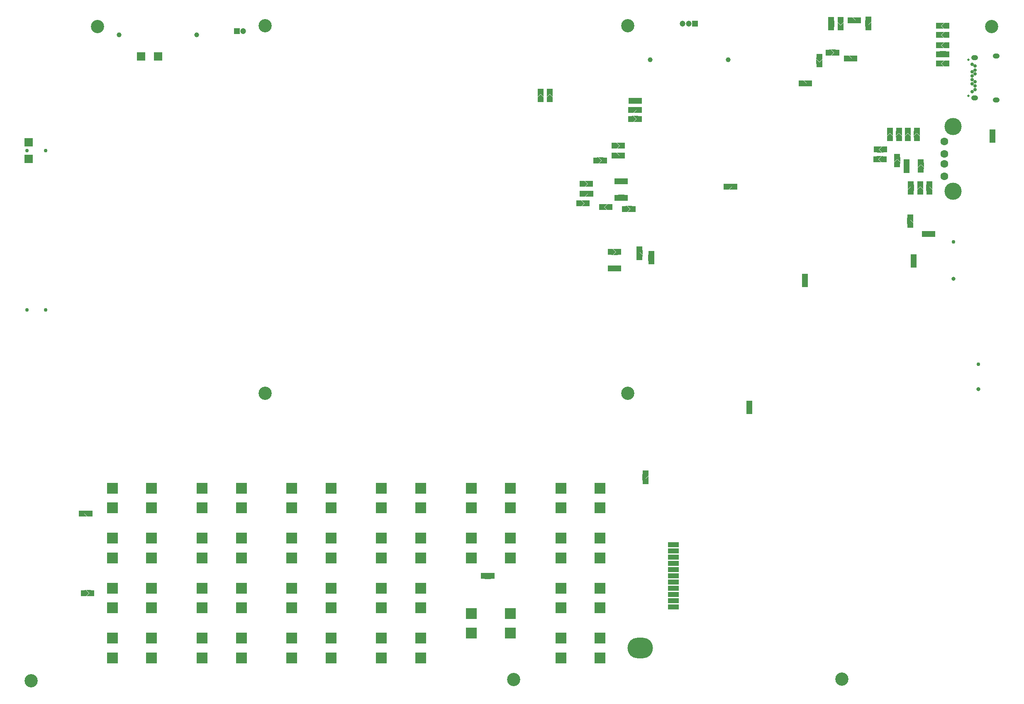
<source format=gts>
G04*
G04 #@! TF.GenerationSoftware,Altium Limited,Altium Designer,20.1.8 (145)*
G04*
G04 Layer_Color=8388736*
%FSAX24Y24*%
%MOIN*%
G70*
G04*
G04 #@! TF.SameCoordinates,7D9F505B-2EBF-4E8E-82AC-92A1240CC430*
G04*
G04*
G04 #@! TF.FilePolarity,Negative*
G04*
G01*
G75*
%ADD28R,0.0400X0.0480*%
%ADD29R,0.0480X0.0400*%
%ADD30R,0.0680X0.0680*%
%ADD31R,0.0867X0.0400*%
%ADD32O,0.2049X0.1655*%
%ADD33R,0.0680X0.0680*%
%ADD34R,0.0867X0.0867*%
%ADD35C,0.0474*%
%ADD36R,0.0474X0.0474*%
%ADD37C,0.1064*%
%ADD38C,0.0315*%
%ADD39C,0.0295*%
%ADD40C,0.0630*%
%ADD41C,0.1380*%
%ADD42C,0.0277*%
%ADD43O,0.0552X0.0410*%
%ADD44C,0.0198*%
%ADD45C,0.0395*%
G36*
X077188Y065174D02*
Y064934D01*
X076808D01*
X077048Y065174D01*
X076808Y065414D01*
X077188D01*
Y065174D01*
D02*
G37*
G36*
X077028D02*
X076788Y064934D01*
X076688D01*
Y065414D01*
X076788D01*
X077028Y065174D01*
D02*
G37*
G36*
X078289Y065060D02*
X078049Y064820D01*
X077809Y065060D01*
Y065160D01*
X078289D01*
Y065060D01*
D02*
G37*
G36*
X075318Y065053D02*
X075078Y064813D01*
X074838Y065053D01*
Y065153D01*
X075318D01*
Y065053D01*
D02*
G37*
G36*
X078289Y064660D02*
X077809D01*
Y065040D01*
X078049Y064800D01*
X078289Y065040D01*
Y064660D01*
D02*
G37*
G36*
X076067Y065039D02*
X075827Y064799D01*
X075587Y065039D01*
Y065139D01*
X076067D01*
Y065039D01*
D02*
G37*
G36*
X075318Y064653D02*
X074838D01*
Y065033D01*
X075078Y064793D01*
X075318Y065033D01*
Y064653D01*
D02*
G37*
G36*
X076067Y064639D02*
X075587D01*
Y065019D01*
X075827Y064779D01*
X076067Y065019D01*
Y064639D01*
D02*
G37*
G36*
X084261Y064504D02*
X084161D01*
X083921Y064744D01*
X084161Y064984D01*
X084261D01*
Y064504D01*
D02*
G37*
G36*
X083901Y064744D02*
X084141Y064504D01*
X083761D01*
Y064744D01*
Y064984D01*
X084141D01*
X083901Y064744D01*
D02*
G37*
G36*
X084261Y063768D02*
X084161D01*
X083921Y064008D01*
X084161Y064248D01*
X084261D01*
Y063768D01*
D02*
G37*
G36*
X083901Y064008D02*
X084141Y063768D01*
X083761D01*
Y064008D01*
Y064248D01*
X084141D01*
X083901Y064008D01*
D02*
G37*
G36*
X084261Y062933D02*
X084161D01*
X083921Y063173D01*
X084161Y063413D01*
X084261D01*
Y062933D01*
D02*
G37*
G36*
X083901Y063173D02*
X084141Y062933D01*
X083761D01*
Y063173D01*
Y063413D01*
X084141D01*
X083901Y063173D01*
D02*
G37*
G36*
X075441Y062585D02*
Y062345D01*
X075061D01*
X075301Y062585D01*
X075061Y062825D01*
X075441D01*
Y062585D01*
D02*
G37*
G36*
X075281D02*
X075041Y062345D01*
X074941D01*
Y062825D01*
X075041D01*
X075281Y062585D01*
D02*
G37*
G36*
X084286Y062453D02*
Y062213D01*
X083906D01*
X084146Y062453D01*
X083906Y062693D01*
X084286D01*
Y062453D01*
D02*
G37*
G36*
X084126D02*
X083886Y062213D01*
X083786D01*
Y062693D01*
X083886D01*
X084126Y062453D01*
D02*
G37*
G36*
X076892Y062104D02*
Y061864D01*
X076512D01*
X076752Y062104D01*
X076512Y062344D01*
X076892D01*
Y062104D01*
D02*
G37*
G36*
X076732D02*
X076492Y061864D01*
X076392D01*
Y062344D01*
X076492D01*
X076732Y062104D01*
D02*
G37*
G36*
X074354Y062069D02*
X074114Y061829D01*
X073874Y062069D01*
Y062169D01*
X074354D01*
Y062069D01*
D02*
G37*
G36*
Y061669D02*
X073874D01*
Y062049D01*
X074114Y061809D01*
X074354Y062049D01*
Y061669D01*
D02*
G37*
G36*
X084261Y061456D02*
X084161D01*
X083921Y061696D01*
X084161Y061936D01*
X084261D01*
Y061456D01*
D02*
G37*
G36*
X083901Y061696D02*
X084141Y061456D01*
X083761D01*
Y061696D01*
Y061936D01*
X084141D01*
X083901Y061696D01*
D02*
G37*
G36*
X073254Y060104D02*
Y059864D01*
X072874D01*
X073114Y060104D01*
X072874Y060344D01*
X073254D01*
Y060104D01*
D02*
G37*
G36*
X073094D02*
X072854Y059864D01*
X072754D01*
Y060344D01*
X072854D01*
X073094Y060104D01*
D02*
G37*
G36*
X052701Y059026D02*
X052461Y059266D01*
X052221Y059026D01*
Y059406D01*
X052701D01*
Y059026D01*
D02*
G37*
G36*
X051979Y059016D02*
X051739Y059256D01*
X051499Y059016D01*
Y059396D01*
X051979D01*
Y059016D01*
D02*
G37*
G36*
X052701Y059006D02*
Y058906D01*
X052221D01*
Y059006D01*
X052461Y059246D01*
X052701Y059006D01*
D02*
G37*
G36*
X051979Y058996D02*
Y058896D01*
X051499D01*
Y058996D01*
X051739Y059236D01*
X051979Y058996D01*
D02*
G37*
G36*
X059586Y058698D02*
Y058458D01*
X059206D01*
X059446Y058698D01*
X059206Y058938D01*
X059586D01*
Y058698D01*
D02*
G37*
G36*
X059426D02*
X059186Y058458D01*
X059086D01*
Y058938D01*
X059186D01*
X059426Y058698D01*
D02*
G37*
G36*
X059575Y057968D02*
Y057728D01*
X059195D01*
X059435Y057968D01*
X059195Y058208D01*
X059575D01*
Y057968D01*
D02*
G37*
G36*
X059415D02*
X059175Y057728D01*
X059075D01*
Y058208D01*
X059175D01*
X059415Y057968D01*
D02*
G37*
G36*
X059575Y057250D02*
Y057010D01*
X059195D01*
X059435Y057250D01*
X059195Y057490D01*
X059575D01*
Y057250D01*
D02*
G37*
G36*
X059415D02*
X059175Y057010D01*
X059075D01*
Y057490D01*
X059175D01*
X059415Y057250D01*
D02*
G37*
G36*
X082191Y055896D02*
X081951Y056136D01*
X081711Y055896D01*
Y056276D01*
X082191D01*
Y055896D01*
D02*
G37*
G36*
X080758Y055896D02*
X080518Y056136D01*
X080278Y055896D01*
Y056276D01*
X080758D01*
Y055896D01*
D02*
G37*
G36*
X080045D02*
X079805Y056136D01*
X079565Y055896D01*
Y056276D01*
X080045D01*
Y055896D01*
D02*
G37*
G36*
X081479Y055890D02*
X081239Y056130D01*
X080999Y055890D01*
Y056270D01*
X081479D01*
Y055890D01*
D02*
G37*
G36*
X082191Y055876D02*
Y055776D01*
X081711D01*
Y055876D01*
X081951Y056116D01*
X082191Y055876D01*
D02*
G37*
G36*
X080758Y055876D02*
Y055776D01*
X080278D01*
Y055876D01*
X080518Y056116D01*
X080758Y055876D01*
D02*
G37*
G36*
X080045D02*
Y055776D01*
X079565D01*
Y055876D01*
X079805Y056116D01*
X080045Y055876D01*
D02*
G37*
G36*
X088279Y056013D02*
X088039Y055773D01*
X087799Y056013D01*
Y056113D01*
X088279D01*
Y056013D01*
D02*
G37*
G36*
X081479Y055870D02*
Y055770D01*
X080999D01*
Y055870D01*
X081239Y056110D01*
X081479Y055870D01*
D02*
G37*
G36*
X088279Y055613D02*
X087799D01*
Y055993D01*
X088039Y055753D01*
X088279Y055993D01*
Y055613D01*
D02*
G37*
G36*
X058235Y055098D02*
Y054858D01*
X057855D01*
X058095Y055098D01*
X057855Y055338D01*
X058235D01*
Y055098D01*
D02*
G37*
G36*
X058075D02*
X057835Y054858D01*
X057735D01*
Y055338D01*
X057835D01*
X058075Y055098D01*
D02*
G37*
G36*
X079256Y054551D02*
X079156D01*
X078916Y054791D01*
X079156Y055031D01*
X079256D01*
Y054551D01*
D02*
G37*
G36*
X078896Y054791D02*
X079136Y054551D01*
X078756D01*
Y054791D01*
Y055031D01*
X079136D01*
X078896Y054791D01*
D02*
G37*
G36*
X058225Y054297D02*
Y054057D01*
X057845D01*
X058085Y054297D01*
X057845Y054537D01*
X058225D01*
Y054297D01*
D02*
G37*
G36*
X058065D02*
X057825Y054057D01*
X057725D01*
Y054537D01*
X057825D01*
X058065Y054297D01*
D02*
G37*
G36*
X080615Y053798D02*
X080375Y054038D01*
X080135Y053798D01*
Y054178D01*
X080615D01*
Y053798D01*
D02*
G37*
G36*
X079230Y053776D02*
X079130D01*
X078890Y054016D01*
X079130Y054256D01*
X079230D01*
Y053776D01*
D02*
G37*
G36*
X078870Y054016D02*
X079110Y053776D01*
X078730D01*
Y054016D01*
Y054256D01*
X079110D01*
X078870Y054016D01*
D02*
G37*
G36*
X080615Y053778D02*
Y053678D01*
X080135D01*
Y053778D01*
X080375Y054018D01*
X080615Y053778D01*
D02*
G37*
G36*
X056775Y053916D02*
Y053676D01*
X056395D01*
X056635Y053916D01*
X056395Y054156D01*
X056775D01*
Y053916D01*
D02*
G37*
G36*
X056615D02*
X056375Y053676D01*
X056275D01*
Y054156D01*
X056375D01*
X056615Y053916D01*
D02*
G37*
G36*
X082518Y053356D02*
X082278Y053596D01*
X082038Y053356D01*
Y053736D01*
X082518D01*
Y053356D01*
D02*
G37*
G36*
X081362Y053336D02*
X081122Y053576D01*
X080882Y053336D01*
Y053716D01*
X081362D01*
Y053336D01*
D02*
G37*
G36*
X082518Y053336D02*
Y053236D01*
X082038D01*
Y053336D01*
X082278Y053576D01*
X082518Y053336D01*
D02*
G37*
G36*
X081362Y053316D02*
Y053216D01*
X080882D01*
Y053316D01*
X081122Y053556D01*
X081362Y053316D01*
D02*
G37*
G36*
X058451Y052241D02*
Y052001D01*
X058071D01*
X058311Y052241D01*
X058071Y052481D01*
X058451D01*
Y052241D01*
D02*
G37*
G36*
X058291D02*
X058051Y052001D01*
X057951D01*
Y052481D01*
X058051D01*
X058291Y052241D01*
D02*
G37*
G36*
X055669Y052037D02*
Y051797D01*
X055289D01*
X055529Y052037D01*
X055289Y052277D01*
X055669D01*
Y052037D01*
D02*
G37*
G36*
X055509D02*
X055269Y051797D01*
X055169D01*
Y052277D01*
X055269D01*
X055509Y052037D01*
D02*
G37*
G36*
X083189Y051586D02*
X082949Y051826D01*
X082709Y051586D01*
Y051966D01*
X083189D01*
Y051586D01*
D02*
G37*
G36*
X082468D02*
X082228Y051826D01*
X081988Y051586D01*
Y051966D01*
X082468D01*
Y051586D01*
D02*
G37*
G36*
X081719D02*
X081479Y051826D01*
X081239Y051586D01*
Y051966D01*
X081719D01*
Y051586D01*
D02*
G37*
G36*
X067241Y051797D02*
Y051557D01*
X066861D01*
X067101Y051797D01*
X066861Y052037D01*
X067241D01*
Y051797D01*
D02*
G37*
G36*
X067081D02*
X066841Y051557D01*
X066741D01*
Y052037D01*
X066841D01*
X067081Y051797D01*
D02*
G37*
G36*
X083189Y051566D02*
Y051466D01*
X082709D01*
Y051566D01*
X082949Y051806D01*
X083189Y051566D01*
D02*
G37*
G36*
X082468D02*
Y051466D01*
X081988D01*
Y051566D01*
X082228Y051806D01*
X082468Y051566D01*
D02*
G37*
G36*
X081719D02*
Y051466D01*
X081239D01*
Y051566D01*
X081479Y051806D01*
X081719Y051566D01*
D02*
G37*
G36*
X055673Y051240D02*
Y051000D01*
X055293D01*
X055533Y051240D01*
X055293Y051480D01*
X055673D01*
Y051240D01*
D02*
G37*
G36*
X055513D02*
X055273Y051000D01*
X055173D01*
Y051480D01*
X055273D01*
X055513Y051240D01*
D02*
G37*
G36*
X058451Y050919D02*
Y050679D01*
X058071D01*
X058311Y050919D01*
X058071Y051159D01*
X058451D01*
Y050919D01*
D02*
G37*
G36*
X058291D02*
X058051Y050679D01*
X057951D01*
Y051159D01*
X058051D01*
X058291Y050919D01*
D02*
G37*
G36*
X055398Y050472D02*
Y050232D01*
X055018D01*
X055258Y050472D01*
X055018Y050712D01*
X055398D01*
Y050472D01*
D02*
G37*
G36*
X055238D02*
X054998Y050232D01*
X054898D01*
Y050712D01*
X054998D01*
X055238Y050472D01*
D02*
G37*
G36*
X057189Y049927D02*
X057089D01*
X056849Y050167D01*
X057089Y050407D01*
X057189D01*
Y049927D01*
D02*
G37*
G36*
X056829Y050167D02*
X057069Y049927D01*
X056689D01*
Y050167D01*
Y050407D01*
X057069D01*
X056829Y050167D01*
D02*
G37*
G36*
X059079Y050020D02*
Y049780D01*
X058699D01*
X058939Y050020D01*
X058699Y050260D01*
X059079D01*
Y050020D01*
D02*
G37*
G36*
X058919D02*
X058679Y049780D01*
X058579D01*
Y050260D01*
X058679D01*
X058919Y050020D01*
D02*
G37*
G36*
X081656Y048918D02*
X081416Y049158D01*
X081176Y048918D01*
Y049298D01*
X081656D01*
Y048918D01*
D02*
G37*
G36*
Y048898D02*
Y048798D01*
X081176D01*
Y048898D01*
X081416Y049138D01*
X081656Y048898D01*
D02*
G37*
G36*
X083140Y047762D02*
X083041D01*
X082801Y048002D01*
X083041Y048242D01*
X083140D01*
Y047762D01*
D02*
G37*
G36*
X082781Y048002D02*
X083020Y047762D01*
X082640D01*
Y048002D01*
Y048242D01*
X083020D01*
X082781Y048002D01*
D02*
G37*
G36*
X059915Y046338D02*
X059675Y046578D01*
X059435Y046338D01*
Y046718D01*
X059915D01*
Y046338D01*
D02*
G37*
G36*
X057930Y046555D02*
Y046315D01*
X057550D01*
X057790Y046555D01*
X057550Y046795D01*
X057930D01*
Y046555D01*
D02*
G37*
G36*
X057770D02*
X057530Y046315D01*
X057430D01*
Y046795D01*
X057530D01*
X057770Y046555D01*
D02*
G37*
G36*
X059915Y046318D02*
Y046218D01*
X059435D01*
Y046318D01*
X059675Y046558D01*
X059915Y046318D01*
D02*
G37*
G36*
X060854Y046249D02*
X060614Y046009D01*
X060374Y046249D01*
Y046349D01*
X060854D01*
Y046249D01*
D02*
G37*
G36*
Y045849D02*
X060374D01*
Y046229D01*
X060614Y045989D01*
X060854Y046229D01*
Y045849D01*
D02*
G37*
G36*
X081942Y045712D02*
X081702Y045952D01*
X081462Y045712D01*
Y046092D01*
X081942D01*
Y045712D01*
D02*
G37*
G36*
Y045692D02*
Y045592D01*
X081462D01*
Y045692D01*
X081702Y045932D01*
X081942Y045692D01*
D02*
G37*
G36*
X057917Y045238D02*
Y044998D01*
X057537D01*
X057777Y045238D01*
X057537Y045478D01*
X057917D01*
Y045238D01*
D02*
G37*
G36*
X057757D02*
X057517Y044998D01*
X057417D01*
Y045478D01*
X057517D01*
X057757Y045238D01*
D02*
G37*
G36*
X073212Y044144D02*
X072972Y044384D01*
X072732Y044144D01*
Y044524D01*
X073212D01*
Y044144D01*
D02*
G37*
G36*
Y044124D02*
Y044024D01*
X072732D01*
Y044124D01*
X072972Y044364D01*
X073212Y044124D01*
D02*
G37*
G36*
X068734Y034214D02*
X068494Y033974D01*
X068254Y034214D01*
Y034314D01*
X068734D01*
Y034214D01*
D02*
G37*
G36*
Y033814D02*
X068254D01*
Y034194D01*
X068494Y033954D01*
X068734Y034194D01*
Y033814D01*
D02*
G37*
G36*
X060388Y028589D02*
X060148Y028349D01*
X059908Y028589D01*
Y028689D01*
X060388D01*
Y028589D01*
D02*
G37*
G36*
Y028189D02*
X059908D01*
Y028569D01*
X060148Y028329D01*
X060388Y028569D01*
Y028189D01*
D02*
G37*
G36*
X015419Y025300D02*
X015319D01*
X015079Y025540D01*
X015319Y025780D01*
X015419D01*
Y025300D01*
D02*
G37*
G36*
X015059Y025540D02*
X015299Y025300D01*
X014919D01*
Y025540D01*
Y025780D01*
X015299D01*
X015059Y025540D01*
D02*
G37*
G36*
X047718Y020282D02*
X047618D01*
X047378Y020522D01*
X047618Y020762D01*
X047718D01*
Y020282D01*
D02*
G37*
G36*
X047358Y020522D02*
X047598Y020282D01*
X047218D01*
Y020522D01*
Y020762D01*
X047598D01*
X047358Y020522D01*
D02*
G37*
G36*
X015600Y019151D02*
Y018911D01*
X015220D01*
X015460Y019151D01*
X015220Y019391D01*
X015600D01*
Y019151D01*
D02*
G37*
G36*
X015440D02*
X015200Y018911D01*
X015100D01*
Y019391D01*
X015200D01*
X015440Y019151D01*
D02*
G37*
D28*
X015519Y025540D02*
D03*
X014844D02*
D03*
X075516Y062585D02*
D03*
X074841D02*
D03*
X047818Y020522D02*
D03*
X047143D02*
D03*
X058975Y057968D02*
D03*
X059650D02*
D03*
Y057250D02*
D03*
X058975D02*
D03*
X082565Y048002D02*
D03*
X083240D02*
D03*
X078681Y054791D02*
D03*
X079356D02*
D03*
X072654Y060104D02*
D03*
X073329D02*
D03*
X079330Y054016D02*
D03*
X078655D02*
D03*
X066641Y051797D02*
D03*
X067316D02*
D03*
X077263Y065174D02*
D03*
X076588D02*
D03*
X057330Y046555D02*
D03*
X058005D02*
D03*
X057289Y050167D02*
D03*
X056614D02*
D03*
X059154Y050020D02*
D03*
X058479D02*
D03*
X057851Y050919D02*
D03*
X058526D02*
D03*
X055744Y052037D02*
D03*
X055069D02*
D03*
X057851Y052241D02*
D03*
X058526D02*
D03*
X057992Y045238D02*
D03*
X057317D02*
D03*
X054798Y050472D02*
D03*
X055473D02*
D03*
X055748Y051240D02*
D03*
X055073D02*
D03*
X058986Y058698D02*
D03*
X059661D02*
D03*
X076292Y062104D02*
D03*
X076967D02*
D03*
X058300Y054297D02*
D03*
X057625D02*
D03*
X056175Y053916D02*
D03*
X056850D02*
D03*
X058310Y055098D02*
D03*
X057635D02*
D03*
X015000Y019151D02*
D03*
X015675D02*
D03*
X083686Y064008D02*
D03*
X084361D02*
D03*
X083686Y061696D02*
D03*
X084361D02*
D03*
X083686Y063173D02*
D03*
X084361D02*
D03*
X084361Y062453D02*
D03*
X083686D02*
D03*
X083686Y064744D02*
D03*
X084361D02*
D03*
D29*
X081416Y049373D02*
D03*
Y048698D02*
D03*
X081122Y053116D02*
D03*
Y053791D02*
D03*
X081951Y055676D02*
D03*
Y056351D02*
D03*
X075078Y065253D02*
D03*
Y064578D02*
D03*
X074114Y061594D02*
D03*
Y062269D02*
D03*
X079805Y056351D02*
D03*
Y055676D02*
D03*
X080518Y056351D02*
D03*
Y055676D02*
D03*
X060614Y045774D02*
D03*
Y046449D02*
D03*
X081702Y045492D02*
D03*
Y046167D02*
D03*
X088039Y055538D02*
D03*
Y056213D02*
D03*
X081479Y051366D02*
D03*
Y052041D02*
D03*
X075827Y065239D02*
D03*
Y064564D02*
D03*
X078049Y064585D02*
D03*
Y065260D02*
D03*
X072972Y043924D02*
D03*
Y044599D02*
D03*
X059675Y046793D02*
D03*
Y046118D02*
D03*
X082278Y053811D02*
D03*
Y053136D02*
D03*
X060148Y028789D02*
D03*
Y028114D02*
D03*
X080375Y054253D02*
D03*
Y053578D02*
D03*
X082949Y051366D02*
D03*
Y052041D02*
D03*
X082228D02*
D03*
Y051366D02*
D03*
X052461Y059481D02*
D03*
Y058806D02*
D03*
X051739Y058796D02*
D03*
Y059471D02*
D03*
X068494Y034414D02*
D03*
Y033739D02*
D03*
X081239Y056345D02*
D03*
Y055670D02*
D03*
D30*
X010610Y055385D02*
D03*
Y054035D02*
D03*
D31*
X062382Y018032D02*
D03*
Y018532D02*
D03*
Y019031D02*
D03*
Y019532D02*
D03*
Y020031D02*
D03*
Y020531D02*
D03*
Y021031D02*
D03*
Y021532D02*
D03*
Y022032D02*
D03*
Y022531D02*
D03*
Y023031D02*
D03*
D32*
X059716Y014736D02*
D03*
D33*
X020984Y062264D02*
D03*
X019634D02*
D03*
D34*
X020476Y025994D02*
D03*
Y027569D02*
D03*
X017327Y025994D02*
D03*
Y027569D02*
D03*
X020476Y021980D02*
D03*
Y023555D02*
D03*
X017327Y021980D02*
D03*
Y023555D02*
D03*
X020476Y017961D02*
D03*
Y019535D02*
D03*
X017327Y017961D02*
D03*
Y019535D02*
D03*
X020476Y013951D02*
D03*
Y015526D02*
D03*
X017327Y013951D02*
D03*
Y015526D02*
D03*
X027683Y025994D02*
D03*
Y027569D02*
D03*
X024533Y025994D02*
D03*
Y027569D02*
D03*
X027683Y021980D02*
D03*
Y023555D02*
D03*
X024533Y021980D02*
D03*
Y023555D02*
D03*
X027683Y017961D02*
D03*
Y019535D02*
D03*
X024533Y017961D02*
D03*
Y019535D02*
D03*
X027683Y013951D02*
D03*
Y015526D02*
D03*
X024533Y013951D02*
D03*
Y015526D02*
D03*
X034888Y025994D02*
D03*
Y027569D02*
D03*
X031738Y025994D02*
D03*
Y027569D02*
D03*
X042093Y025994D02*
D03*
Y027569D02*
D03*
X038943Y025994D02*
D03*
Y027569D02*
D03*
X049297Y025994D02*
D03*
Y027569D02*
D03*
X046148Y025994D02*
D03*
Y027569D02*
D03*
X056502Y025994D02*
D03*
Y027569D02*
D03*
X053352Y025994D02*
D03*
Y027569D02*
D03*
X034888Y021980D02*
D03*
Y023555D02*
D03*
X031738Y021980D02*
D03*
Y023555D02*
D03*
X042093Y021980D02*
D03*
Y023555D02*
D03*
X038943Y021980D02*
D03*
Y023555D02*
D03*
X049297Y021980D02*
D03*
Y023555D02*
D03*
X046148Y021980D02*
D03*
Y023555D02*
D03*
X056502Y021980D02*
D03*
Y023555D02*
D03*
X053352Y021980D02*
D03*
Y023555D02*
D03*
X034888Y017961D02*
D03*
Y019535D02*
D03*
X031738Y017961D02*
D03*
Y019535D02*
D03*
X042093Y017961D02*
D03*
Y019535D02*
D03*
X038943Y017961D02*
D03*
Y019535D02*
D03*
X049297Y015945D02*
D03*
Y017520D02*
D03*
X046148Y015945D02*
D03*
Y017520D02*
D03*
X056502Y017961D02*
D03*
Y019535D02*
D03*
X053352Y017961D02*
D03*
Y019535D02*
D03*
X034888Y013951D02*
D03*
Y015526D02*
D03*
X031738Y013951D02*
D03*
Y015526D02*
D03*
X042093Y013951D02*
D03*
Y015526D02*
D03*
X038943Y013951D02*
D03*
Y015526D02*
D03*
X056502Y013951D02*
D03*
Y015526D02*
D03*
X053352Y013951D02*
D03*
Y015526D02*
D03*
D35*
X063114Y064918D02*
D03*
X063614D02*
D03*
X027831Y064290D02*
D03*
D36*
X064114Y064918D02*
D03*
X027331Y064290D02*
D03*
D37*
X016122Y064685D02*
D03*
X049567Y012195D02*
D03*
X058744Y035217D02*
D03*
Y064744D02*
D03*
X010787Y012116D02*
D03*
X087972Y064685D02*
D03*
X075944Y012238D02*
D03*
X029609Y035217D02*
D03*
X029609Y064744D02*
D03*
D38*
X086911Y035535D02*
D03*
X084902Y044390D02*
D03*
D39*
X086911Y037535D02*
D03*
X084902Y047362D02*
D03*
X011972Y054697D02*
D03*
X010472D02*
D03*
X010470Y041902D02*
D03*
X011970D02*
D03*
D40*
X084169Y055451D02*
D03*
Y053651D02*
D03*
Y054451D02*
D03*
Y052651D02*
D03*
D41*
X084869Y056651D02*
D03*
Y051451D02*
D03*
D42*
X086397Y061652D02*
D03*
X086642Y061494D02*
D03*
X086642Y061179D02*
D03*
X086397Y061022D02*
D03*
X086642Y060864D02*
D03*
X086397Y060707D02*
D03*
Y060392D02*
D03*
Y060077D02*
D03*
X086642Y060234D02*
D03*
Y059919D02*
D03*
Y059604D02*
D03*
X086397Y059447D02*
D03*
D43*
X086601Y058923D02*
D03*
X088329Y058781D02*
D03*
Y062317D02*
D03*
X086601Y062175D02*
D03*
D44*
X086109Y061994D02*
D03*
X086108Y059101D02*
D03*
D45*
X024100Y064016D02*
D03*
X017860D02*
D03*
X066780Y061991D02*
D03*
X060540D02*
D03*
M02*

</source>
